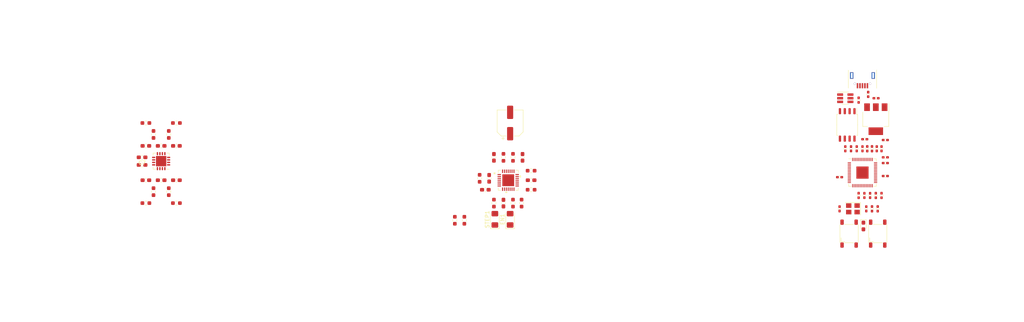
<source format=kicad_pcb>
(kicad_pcb (version 20211014) (generator pcbnew)
  (layers (0 "F.Cu" signal) (31 "B.Cu" signal) (34 "B.Paste" user) (35 "F.Paste" user) (36 "B.SilkS" user "B.Silkscreen") (37 "F.SilkS" user "F.Silkscreen") (38 "B.Mask" user) (39 "F.Mask" user) (44 "Edge.Cuts" user))
  (net 0 "")
  (footprint "Capacitor_SMD:C_0402_1005Metric_Pad0.74x0.62mm_HandSolder" (layer "F.Cu") (at 243.875 82.46)
    (fp_text reference "C15" hide)
    (fp_text value "10u")
    (pad "1" smd roundrect (at -0.5675 0) (size 0.735 0.62) (layers "F.Cu" "F.Paste" "F.Mask"))
    (pad "2" smd roundrect (at 0.5675 0) (size 0.735 0.62) (layers "F.Cu" "F.Paste" "F.Mask"))
  )
  (footprint "Capacitor_SMD:C_0402_1005Metric_Pad0.74x0.62mm_HandSolder" (layer "F.Cu") (at 234.875 84.75 90)
    (fp_text reference "C11" hide)
    (fp_text value "100n")
    (pad "1" smd roundrect (at -0.5675 0 90) (size 0.735 0.62) (layers "F.Cu" "F.Paste" "F.Mask"))
    (pad "2" smd roundrect (at 0.5675 0 90) (size 0.735 0.62) (layers "F.Cu" "F.Paste" "F.Mask"))
  )
  (footprint "Capacitor_SMD:C_0603_1608Metric_Pad1.08x0.95mm_HandSolder" (layer "F.Cu") (at 58 84)
    (fp_text reference "C3" hide)
    (fp_text value "0.047u")
    (pad "1" smd roundrect (at -0.8625 0) (size 1.075 0.95) (layers "F.Cu" "F.Paste" "F.Mask"))
    (pad "2" smd roundrect (at 0.8625 0) (size 1.075 0.95) (layers "F.Cu" "F.Paste" "F.Mask"))
  )
  (footprint "Capacitor_SMD:C_0402_1005Metric_Pad0.74x0.62mm_HandSolder" (layer "F.Cu") (at 236.375 84.75 90)
    (fp_text reference "C8" hide)
    (fp_text value "100n")
    (pad "1" smd roundrect (at -0.5675 0 90) (size 0.735 0.62) (layers "F.Cu" "F.Paste" "F.Mask"))
    (pad "2" smd roundrect (at 0.5675 0 90) (size 0.735 0.62) (layers "F.Cu" "F.Paste" "F.Mask"))
  )
  (footprint "Resistor_SMD:R_0402_1005Metric_Pad0.72x0.64mm_HandSolder" (layer "F.Cu") (at 241.375 97 90)
    (fp_text reference "R5" hide)
    (fp_text value "10k")
    (pad "1" smd roundrect (at -0.5975 0 90) (size 0.715 0.64) (layers "F.Cu" "F.Paste" "F.Mask"))
    (pad "2" smd roundrect (at 0.5975 0 90) (size 0.715 0.64) (layers "F.Cu" "F.Paste" "F.Mask"))
  )
  (footprint "Capacitor_SMD:C_0402_1005Metric_Pad0.74x0.62mm_HandSolder" (layer "F.Cu") (at 238.475 82.25)
    (fp_text reference "C16" hide)
    (fp_text value "100n")
    (pad "1" smd roundrect (at -0.5675 0) (size 0.735 0.62) (layers "F.Cu" "F.Paste" "F.Mask"))
    (pad "2" smd roundrect (at 0.5675 0) (size 0.735 0.62) (layers "F.Cu" "F.Paste" "F.Mask"))
  )
  (footprint "Resistor_SMD:R_0603_1608Metric_Pad0.98x0.95mm_HandSolder" (layer "F.Cu") (at 146.25 99 90)
    (fp_text reference "R7" hide)
    (fp_text value "0")
    (pad "1" smd roundrect (at -0.9125 0 90) (size 0.975 0.95) (layers "F.Cu" "F.Paste" "F.Mask"))
    (pad "2" smd roundrect (at 0.9125 0 90) (size 0.975 0.95) (layers "F.Cu" "F.Paste" "F.Mask"))
  )
  (footprint "Capacitor_SMD:C_0402_1005Metric_Pad0.74x0.62mm_HandSolder" (layer "F.Cu") (at 243.875 91.9)
    (fp_text reference "C13" hide)
    (fp_text value "100n")
    (pad "1" smd roundrect (at -0.5675 0) (size 0.735 0.62) (layers "F.Cu" "F.Paste" "F.Mask"))
    (pad "2" smd roundrect (at 0.5675 0) (size 0.735 0.62) (layers "F.Cu" "F.Paste" "F.Mask"))
  )
  (footprint "Resistor_SMD:R_0603_1608Metric_Pad0.98x0.95mm_HandSolder" (layer "F.Cu") (at 50 78)
    (fp_text reference "R1" hide)
    (fp_text value "1M")
    (pad "1" smd roundrect (at -0.9125 0) (size 0.975 0.95) (layers "F.Cu" "F.Paste" "F.Mask"))
    (pad "2" smd roundrect (at 0.9125 0) (size 0.975 0.95) (layers "F.Cu" "F.Paste" "F.Mask"))
  )
  (footprint "Resistor_SMD:R_0603_1608Metric_Pad0.98x0.95mm_HandSolder" (layer "F.Cu") (at 133.5 103.5 90)
    (fp_text reference "R9" hide)
    (fp_text value "100")
    (pad "1" smd roundrect (at -0.9125 0 90) (size 0.975 0.95) (layers "F.Cu" "F.Paste" "F.Mask"))
    (pad "2" smd roundrect (at 0.9125 0 90) (size 0.975 0.95) (layers "F.Cu" "F.Paste" "F.Mask"))
  )
  (footprint "Resistor_SMD:R_0603_1608Metric_Pad0.98x0.95mm_HandSolder" (layer "F.Cu") (at 56 96 90)
    (fp_text reference "R7" hide)
    (fp_text value "R")
    (pad "1" smd roundrect (at -0.9125 0 90) (size 0.975 0.95) (layers "F.Cu" "F.Paste" "F.Mask"))
    (pad "2" smd roundrect (at 0.9125 0 90) (size 0.975 0.95) (layers "F.Cu" "F.Paste" "F.Mask"))
  )
  (footprint "Resistor_SMD:R_0603_1608Metric_Pad0.98x0.95mm_HandSolder" (layer "F.Cu") (at 56 81 -90)
    (fp_text reference "R6" hide)
    (fp_text value "0.47")
    (pad "1" smd roundrect (at -0.9125 0 270) (size 0.975 0.95) (layers "F.Cu" "F.Paste" "F.Mask"))
    (pad "2" smd roundrect (at 0.9125 0 270) (size 0.975 0.95) (layers "F.Cu" "F.Paste" "F.Mask"))
  )
  (footprint "Capacitor_SMD:C_0603_1608Metric_Pad1.08x0.95mm_HandSolder" (layer "F.Cu") (at 54 93 180)
    (fp_text reference "C5" hide)
    (fp_text value "0.47u")
    (pad "1" smd roundrect (at -0.8625 0 180) (size 1.075 0.95) (layers "F.Cu" "F.Paste" "F.Mask"))
    (pad "2" smd roundrect (at 0.8625 0 180) (size 1.075 0.95) (layers "F.Cu" "F.Paste" "F.Mask"))
  )
  (footprint "Capacitor_SMD:C_0603_1608Metric_Pad1.08x0.95mm_HandSolder" (layer "F.Cu") (at 58 93 180)
    (fp_text reference "C4" hide)
    (fp_text value "0.047u")
    (pad "1" smd roundrect (at -0.8625 0 180) (size 1.075 0.95) (layers "F.Cu" "F.Paste" "F.Mask"))
    (pad "2" smd roundrect (at 0.8625 0 180) (size 1.075 0.95) (layers "F.Cu" "F.Paste" "F.Mask"))
  )
  (footprint "LED_SMD:LED_1206_3216Metric_Pad1.42x1.75mm_HandSolder" (layer "F.Cu") (at 141.5 103.25 90)
    (fp_text reference "STEP1" (at 0 -2 90) (layer "F.SilkS"))
    (fp_text value "GREEN")
    (pad "1" smd roundrect (at -1.4875 0 90) (size 1.425 1.75) (layers "F.Cu" "F.Paste" "F.Mask") (roundrect_rratio 0.1754392982))
    (pad "2" smd roundrect (at 1.4875 0 90) (size 1.425 1.75) (layers "F.Cu" "F.Paste" "F.Mask") (roundrect_rratio 0.1754392982))
  )
  (footprint "Resistor_SMD:R_0402_1005Metric_Pad0.72x0.64mm_HandSolder" (layer "F.Cu") (at 239.375 70.5 -90)
    (fp_text reference "FB1" hide)
    (fp_text value "FerriteBead")
    (pad "1" smd roundrect (at -0.5975 0 270) (size 0.715 0.64) (layers "F.Cu" "F.Paste" "F.Mask"))
    (pad "2" smd roundrect (at 0.5975 0 270) (size 0.715 0.64) (layers "F.Cu" "F.Paste" "F.Mask"))
  )
  (footprint "LED_SMD:LED_0603_1608Metric_Pad1.05x0.95mm_HandSolder" (layer "F.Cu") (at 238.125 105 -90)
    (fp_text reference "D1" hide)
    (fp_text value "LED")
    (pad "1" smd roundrect (at -0.875 0 270) (size 1.05 0.95) (layers "F.Cu" "F.Paste" "F.Mask"))
    (pad "2" smd roundrect (at 0.875 0 270) (size 1.05 0.95) (layers "F.Cu" "F.Paste" "F.Mask"))
  )
  (footprint "footprints:BZCN TSC003A0826A" (layer "F.Cu") (at 241.875 107 90)
    (fp_text reference "SW2" hide)
    (fp_text value "SW_Push")
    (pad "1" smd roundrect (at -3 -1.85 90) (size 1.4 0.9) (layers "F.Cu" "F.Paste" "F.Mask"))
    (pad "1" smd roundrect (at 3 -1.85 90) (size 1.4 0.9) (layers "F.Cu" "F.Paste" "F.Mask"))
    (pad "2" smd roundrect (at -3 1.85 90) (size 1.4 0.9) (layers "F.Cu" "F.Paste" "F.Mask"))
    (pad "2" smd roundrect (at 3 1.85 90) (size 1.4 0.9) (layers "F.Cu" "F.Paste" "F.Mask"))
  )
  (footprint "Package_TO_SOT_SMD:SOT-23-6_Handsoldering" (layer "F.Cu") (at 233.375 71.5)
    (fp_text reference "U2" hide)
    (fp_text value "TPUSBLC6-4SC6")
    (pad "1" smd rect (at -1.35 -0.95) (size 1.56 0.65) (layers "F.Cu" "F.Paste" "F.Mask"))
    (pad "2" smd rect (at -1.35 0) (size 1.56 0.65) (layers "F.Cu" "F.Paste" "F.Mask"))
    (pad "3" smd rect (at -1.35 0.95) (size 1.56 0.65) (layers "F.Cu" "F.Paste" "F.Mask"))
    (pad "4" smd rect (at 1.35 0.95) (size 1.56 0.65) (layers "F.Cu" "F.Paste" "F.Mask"))
    (pad "5" smd rect (at 1.35 0) (size 1.56 0.65) (layers "F.Cu" "F.Paste" "F.Mask"))
    (pad "6" smd rect (at 1.35 -0.95) (size 1.56 0.65) (layers "F.Cu" "F.Paste" "F.Mask"))
  )
  (footprint "Capacitor_SMD:C_0402_1005Metric_Pad0.74x0.62mm_HandSolder" (layer "F.Cu") (at 237.875 84.75 90)
    (fp_text reference "C10" hide)
    (fp_text value "100n")
    (pad "1" smd roundrect (at -0.5675 0 90) (size 0.735 0.62) (layers "F.Cu" "F.Paste" "F.Mask"))
    (pad "2" smd roundrect (at 0.5675 0 90) (size 0.735 0.62) (layers "F.Cu" "F.Paste" "F.Mask"))
  )
  (footprint "Resistor_SMD:R_0603_1608Metric_Pad0.98x0.95mm_HandSolder" (layer "F.Cu") (at 141.25 99 -90)
    (fp_text reference "R8" hide)
    (fp_text value "0")
    (pad "1" smd roundrect (at -0.9125 0 270) (size 0.975 0.95) (layers "F.Cu" "F.Paste" "F.Mask"))
    (pad "2" smd roundrect (at 0.9125 0 270) (size 0.975 0.95) (layers "F.Cu" "F.Paste" "F.Mask"))
  )
  (footprint "Resistor_SMD:R_0402_1005Metric_Pad0.72x0.64mm_HandSolder" (layer "F.Cu") (at 240.375 100.5 90)
    (fp_text reference "R1" hide)
    (fp_text value "1k")
    (pad "1" smd roundrect (at -0.5975 0 90) (size 0.715 0.64) (layers "F.Cu" "F.Paste" "F.Mask"))
    (pad "2" smd roundrect (at 0.5975 0 90) (size 0.715 0.64) (layers "F.Cu" "F.Paste" "F.Mask"))
  )
  (footprint "footprints:DEALON USB-MR-D-037" (layer "F.Cu") (at 237.875 66.5 180)
    (fp_text reference "J3" hide)
    (fp_text value "USB_B_Micro")
    (pad "1" smd rect (at -1.3 -1.725 180) (size 0.4 1.35) (layers "F.Cu" "F.Paste" "F.Mask"))
    (pad "2" smd rect (at -0.65 -1.725 180) (size 0.4 1.35) (layers "F.Cu" "F.Paste" "F.Mask"))
    (pad "3" smd rect (at 0 -1.725 180) (size 0.4 1.35) (layers "F.Cu" "F.Paste" "F.Mask"))
    (pad "4" smd rect (at 0.65 -1.725 180) (size 0.4 1.35) (layers "F.Cu" "F.Paste" "F.Mask"))
    (pad "5" smd rect (at 1.3 -1.725 180) (size 0.4 1.35) (layers "F.Cu" "F.Paste" "F.Mask"))
    (pad "6" thru_hole rect (at 2.825 0.95 180) (size 0.9 1.7) (drill oval 0.35 1.4) (layers *.Cu *.Mask))
    (pad "6" thru_hole circle (at 2 -1.2 180) (size 0.55 0.55) (drill 0.55) (layers *.Cu *.Mask))
    (pad "6" thru_hole circle (at -2 -1.2 180) (size 0.55 0.55) (drill 0.55) (layers *.Cu *.Mask))
    (pad "6" thru_hole rect (at -2.825 0.95 180) (size 0.9 1.7) (drill oval 0.35 1.4) (layers *.Cu *.Mask))
  )
  (footprint "Resistor_SMD:R_0603_1608Metric_Pad0.98x0.95mm_HandSolder" (layer "F.Cu") (at 151 90.5 180)
    (fp_text reference "R5" hide)
    (fp_text value "33k")
    (pad "1" smd roundrect (at -0.9125 0 180) (size 0.975 0.95) (layers "F.Cu" "F.Paste" "F.Mask"))
    (pad "2" smd roundrect (at 0.9125 0 180) (size 0.975 0.95) (layers "F.Cu" "F.Paste" "F.Mask"))
  )
  (footprint "Package_SO:SOP-8_5.28x5.23mm_P1.27mm" (layer "F.Cu") (at 233.875 78.5 -90)
    (fp_text reference "U4" hide)
    (fp_text value "FM25W32")
    (pad "1" smd roundrect (at -3.6 -1.905 270) (size 1.6 0.6) (layers "F.Cu" "F.Paste" "F.Mask"))
    (pad "2" smd roundrect (at -3.6 -0.635 270) (size 1.6 0.6) (layers "F.Cu" "F.Paste" "F.Mask"))
    (pad "3" smd roundrect (at -3.6 0.635 270) (size 1.6 0.6) (layers "F.Cu" "F.Paste" "F.Mask"))
    (pad "4" smd roundrect (at -3.6 1.905 270) (size 1.6 0.6) (layers "F.Cu" "F.Paste" "F.Mask"))
    (pad "5" smd roundrect (at 3.6 1.905 270) (size 1.6 0.6) (layers "F.Cu" "F.Paste" "F.Mask"))
    (pad "6" smd roundrect (at 3.6 0.635 270) (size 1.6 0.6) (layers "F.Cu" "F.Paste" "F.Mask"))
    (pad "7" smd roundrect (at 3.6 -0.635 270) (size 1.6 0.6) (layers "F.Cu" "F.Paste" "F.Mask"))
    (pad "8" smd roundrect (at 3.6 -1.905 270) (size 1.6 0.6) (layers "F.Cu" "F.Paste" "F.Mask"))
  )
  (footprint "Resistor_SMD:R_0603_1608Metric_Pad0.98x0.95mm_HandSolder" (layer "F.Cu") (at 143.75 87 90)
    (fp_text reference "R2" hide)
    (fp_text value "0.75")
    (pad "1" smd roundrect (at -0.9125 0 90) (size 0.975 0.95) (layers "F.Cu" "F.Paste" "F.Mask"))
    (pad "2" smd roundrect (at 0.9125 0 90) (size 0.975 0.95) (layers "F.Cu" "F.Paste" "F.Mask"))
  )
  (footprint "Resistor_SMD:R_0402_1005Metric_Pad0.72x0.64mm_HandSolder" (layer "F.Cu") (at 242.875 97 90)
    (fp_text reference "R3" hide)
    (fp_text value "1k")
    (pad "1" smd roundrect (at -0.5975 0 90) (size 0.715 0.64) (layers "F.Cu" "F.Paste" "F.Mask"))
    (pad "2" smd roundrect (at 0.5975 0 90) (size 0.715 0.64) (layers "F.Cu" "F.Paste" "F.Mask"))
  )
  (footprint "Package_DFN_QFN:Texas_S-PVQFN-N16_EP2.7x2.7mm" (layer "F.Cu") (at 54 88 180)
    (fp_text reference "U1" hide)
    (fp_text value "ADS1120-RVA")
    (pad "1" smd roundrect (at -1.9625 -0.975 180) (size 0.825 0.35) (layers "F.Cu" "F.Paste" "F.Mask"))
    (pad "2" smd roundrect (at -1.9625 -0.325 180) (size 0.825 0.35) (layers "F.Cu" "F.Paste" "F.Mask"))
    (pad "3" smd roundrect (at -1.9625 0.325 180) (size 0.825 0.35) (layers "F.Cu" "F.Paste" "F.Mask"))
    (pad "4" smd roundrect (at -1.9625 0.975 180) (size 0.825 0.35) (layers "F.Cu" "F.Paste" "F.Mask"))
    (pad "5" smd roundrect (at -0.975 1.9625 180) (size 0.35 0.825) (layers "F.Cu" "F.Paste" "F.Mask"))
    (pad "6" smd roundrect (at -0.325 1.9625 180) (size 0.35 0.825) (layers "F.Cu" "F.Paste" "F.Mask"))
    (pad "7" smd roundrect (at 0.325 1.9625 180) (size 0.35 0.825) (layers "F.Cu" "F.Paste" "F.Mask"))
    (pad "8" smd roundrect (at 0.975 1.9625 180) (size 0.35 0.825) (layers "F.Cu" "F.Paste" "F.Mask"))
    (pad "9" smd roundrect (at 1.9625 0.975 180) (size 0.825 0.35) (layers "F.Cu" "F.Paste" "F.Mask"))
    (pad "10" smd roundrect (at 1.9625 0.325 180) (size 0.825 0.35) (layers "F.Cu" "F.Paste" "F.Mask"))
    (pad "11" smd roundrect (at 1.9625 -0.325 180) (size 0.825 0.35) (layers "F.Cu" "F.Paste" "F.Mask"))
    (pad "12" smd roundrect (at 1.9625 -0.975 180) (size 0.825 0.35) (layers "F.Cu" "F.Paste" "F.Mask"))
    (pad "13" smd roundrect (at 0.975 -1.9625 180) (size 0.35 0.825) (layers "F.Cu" "F.Paste" "F.Mask"))
    (pad "14" smd roundrect (at 0.325 -1.9625 180) (size 0.35 0.825) (layers "F.Cu" "F.Paste" "F.Mask"))
    (pad "15" smd roundrect (at -0.325 -1.9625 180) (size 0.35 0.825) (layers "F.Cu" "F.Paste" "F.Mask"))
    (pad "16" smd roundrect (at -0.975 -1.9625 180) (size 0.35 0.825) (layers "F.Cu" "F.Paste" "F.Mask"))
    (pad "17" smd rect (at 0 0 180) (size 2.7 2.7) (layers "F.Cu" "F.Mask"))
  )
  (footprint "Resistor_SMD:R_0603_1608Metric_Pad0.98x0.95mm_HandSolder" (layer "F.Cu") (at 58 99 180)
    (fp_text reference "R3" hide)
    (fp_text value "1M")
    (pad "1" smd roundrect (at -0.9125 0 180) (size 0.975 0.95) (layers "F.Cu" "F.Paste" "F.Mask"))
    (pad "2" smd roundrect (at 0.9125 0 180) (size 0.975 0.95) (layers "F.Cu" "F.Paste" "F.Mask"))
  )
  (footprint "Capacitor_SMD:C_0603_1608Metric_Pad1.08x0.95mm_HandSolder" (layer "F.Cu") (at 148.75 87 90)
    (fp_text reference "C6" hide)
    (fp_text value "100n")
    (pad "1" smd roundrect (at -0.8625 0 90) (size 1.075 0.95) (layers "F.Cu" "F.Paste" "F.Mask"))
    (pad "2" smd roundrect (at 0.8625 0 90) (size 1.075 0.95) (layers "F.Cu" "F.Paste" "F.Mask"))
  )
  (footprint "TMC2208-LA:TMC2208-LA" (layer "F.Cu") (at 145 93)
    (fp_text reference "U1")
    (fp_text value "TMC2208-LA" hide)
    (fp_text user "*" (at -3.5893 -1.5) (layer "F.SilkS"))
    (pad "1" smd rect (at -2.3471 -1.5 90) (size 0.2548 0.909599) (layers "F.Cu" "F.Paste" "F.Mask"))
    (pad "2" smd rect (at -2.3471 -1.000001 90) (size 0.2548 0.909599) (layers "F.Cu" "F.Paste" "F.Mask"))
    (pad "3" smd rect (at -2.3471 -0.499999 90) (size 0.2548 0.909599) (layers "F.Cu" "F.Paste" "F.Mask"))
    (pad "4" smd rect (at -2.3471 0 90) (size 0.2548 0.909599) (layers "F.Cu" "F.Paste" "F.Mask"))
    (pad "5" smd rect (at -2.3471 0.499999 90) (size 0.2548 0.909599) (layers "F.Cu" "F.Paste" "F.Mask"))
    (pad "6" smd rect (at -2.3471 1.000001 90) (size 0.2548 0.909599) (layers "F.Cu" "F.Paste" "F.Mask"))
    (pad "7" smd rect (at -2.3471 1.5 90) (size 0.2548 0.909599) (layers "F.Cu" "F.Paste" "F.Mask"))
    (pad "8" smd rect (at -1.5 2.3471) (size 0.2548 0.909599) (layers "F.Cu" "F.Paste" "F.Mask"))
    (pad "9" smd rect (at -1.000001 2.3471) (size 0.2548 0.909599) (layers "F.Cu" "F.Paste" "F.Mask"))
    (pad "10" smd rect (at -0.499999 2.3471) (size 0.2548 0.909599) (layers "F.Cu" "F.Paste" "F.Mask"))
    (pad "11" smd rect (at 0 2.3471) (size 0.2548 0.909599) (layers "F.Cu" "F.Paste" "F.Mask"))
    (pad "12" smd rect (at 0.499999 2.3471) (size 0.2548 0.909599) (layers "F.Cu" "F.Paste" "F.Mask"))
    (pad "13" smd rect (at 1.000001 2.3471) (size 0.2548 0.909599) (layers "F.Cu" "F.Paste" "F.Mask"))
    (pad "14" smd rect (at 1.5 2.3471) (size 0.2548 0.909599) (layers "F.Cu" "F.Paste" "F.Mask"))
    (pad "15" smd rect (at 2.3471 1.5 90) (size 0.2548 0.909599) (layers "F.Cu" "F.Paste" "F.Mask"))
    (pad "16" smd rect (at 2.3471 1.000001 90) (size 0.2548 0.909599) (layers "F.Cu" "F.Paste" "F.Mask"))
    (pad "17" smd rect (at 2.3471 0.499999 90) (size 0.2548 0.909599) (layers "F.Cu" "F.Paste" "F.Mask"))
    (pad "18" smd rect (at 2.3471 0 90) (size 0.2548 0.909599) (layers "F.Cu" "F.Paste" "F.Mask"))
    (pad "19" smd rect (at 2.3471 -0.499999 90) (size 0.2548 0.909599) (layers "F.Cu" "F.Paste" "F.Mask"))
    (pad "20" smd rect (at 2.3471 -1.000001 90) (size 0.2548 0.909599) (layers "F.Cu" "F.Paste" "F.Mask"))
    (pad "21" smd rect (at 2.3471 -1.5 90) (size 0.2548 0.909599) (layers "F.Cu" "F.Paste" "F.Mask"))
    (pad "22" smd rect (at 1.5 -2.3471) (size 0.2548 0.909599) (layers "F.Cu" "F.Paste" "F.Mask"))
    (pad "23" smd rect (at 1.000001 -2.3471) (size 0.2548 0.909599) (layers "F.Cu" "F.Paste" "F.Mask"))
    (pad "24" smd rect (at 0.499999 -2.3471) (size 0.2548 0.909599) (layers "F.Cu" "F.Paste" "F.Mask"))
    (pad "25" smd rect (at 0 -2.3471) (size 0.2548 0.909599) (layers "F.Cu" "F.Paste" "F.Mask"))
    (pad "26" smd rect (at -0.499999 -2.3471) (size 0.2548 0.909599) (layers "F.Cu" "F.Paste" "F.Mask"))
    (pad "27" smd rect (at -1.000001 -2.3471) (size 0.2548 0.909599) (layers "F.Cu" "F.Paste" "F.Mask"))
    (pad "28" smd rect (at -1.5 -2.3471) (size 0.2548 0.909599) (layers "F.Cu" "F.Paste" "F.Mask"))
    (pad "29" smd rect (at 0 0) (size 3.0988 3.0988) (layers "F.Cu" "F.Paste" "F.Mask"))
  )
  (footprint "Resistor_SMD:R_0603_1608Metric_Pad0.98x0.95mm_HandSolder" (layer "F.Cu") (at 151 95.5)
    (fp_text reference "R4" hide)
    (fp_text value "0")
    (pad "1" smd roundrect (at -0.9125 0) (size 0.975 0.95) (layers "F.Cu" "F.Paste" "F.Mask"))
    (pad "2" smd roundrect (at 0.9125 0) (size 0.975 0.95) (layers "F.Cu" "F.Paste" "F.Mask"))
  )
  (footprint "Resistor_SMD:R_0603_1608Metric_Pad0.98x0.95mm_HandSolder" (layer "F.Cu") (at 58 78)
    (fp_text reference "R2" hide)
    (fp_text value "1M")
    (pad "1" smd roundrect (at -0.9125 0) (size 0.975 0.95) (layers "F.Cu" "F.Paste" "F.Mask"))
    (pad "2" smd roundrect (at 0.9125 0) (size 0.975 0.95) (layers "F.Cu" "F.Paste" "F.Mask"))
  )
  (footprint "Capacitor_SMD:C_0402_1005Metric_Pad0.74x0.62mm_HandSolder" (layer "F.Cu") (at 243.875 88.5)
    (fp_text reference "C4" hide)
    (fp_text value "100n")
    (pad "1" smd roundrect (at -0.5675 0) (size 0.735 0.62) (layers "F.Cu" "F.Paste" "F.Mask"))
    (pad "2" smd roundrect (at 0.5675 0) (size 0.735 0.62) (layers "F.Cu" "F.Paste" "F.Mask"))
  )
  (footprint "Resistor_SMD:R_0603_1608Metric_Pad0.98x0.95mm_HandSolder" (layer "F.Cu") (at 50 99 180)
    (fp_text reference "R4" hide)
    (fp_text value "1M")
    (pad "1" smd roundrect (at -0.9125 0 180) (size 0.975 0.95) (layers "F.Cu" "F.Paste" "F.Mask"))
    (pad "2" smd roundrect (at 0.9125 0 180) (size 0.975 0.95) (layers "F.Cu" "F.Paste" "F.Mask"))
  )
  (footprint "Package_DFN_QFN:QFN-56-1EP_7x7mm_P0.4mm_EP3.2x3.2mm" (layer "F.Cu") (at 237.875 91)
    (fp_text reference "U1" hide)
    (fp_text value "RP2040")
    (pad "1" smd roundrect locked (at -3.4375 -2.6) (size 0.875 0.2) (layers "F.Cu" "F.Paste" "F.Mask"))
    (pad "2" smd roundrect locked (at -3.4375 -2.2) (size 0.875 0.2) (layers "F.Cu" "F.Paste" "F.Mask"))
    (pad "3" smd roundrect locked (at -3.4375 -1.8) (size 0.875 0.2) (layers "F.Cu" "F.Paste" "F.Mask"))
    (pad "4" smd roundrect locked (at -3.4375 -1.4) (size 0.875 0.2) (layers "F.Cu" "F.Paste" "F.Mask"))
    (pad "5" smd roundrect locked (at -3.4375 -1) (size 0.875 0.2) (layers "F.Cu" "F.Paste" "F.Mask"))
    (pad "6" smd roundrect locked (at -3.4375 -0.6) (size 0.875 0.2) (layers "F.Cu" "F.Paste" "F.Mask"))
    (pad "7" smd roundrect locked (at -3.4375 -0.2) (size 0.875 0.2) (layers "F.Cu" "F.Paste" "F.Mask"))
    (pad "8" smd roundrect locked (at -3.4375 0.2) (size 0.875 0.2) (layers "F.Cu" "F.Paste" "F.Mask"))
    (pad "9" smd roundrect locked (at -3.4375 0.6) (size 0.875 0.2) (layers "F.Cu" "F.Paste" "F.Mask"))
    (pad "10" smd roundrect locked (at -3.4375 1) (size 0.875 0.2) (layers "F.Cu" "F.Paste" "F.Mask"))
    (pad "11" smd roundrect locked (at -3.4375 1.4) (size 0.875 0.2) (layers "F.Cu" "F.Paste" "F.Mask"))
    (pad "12" smd roundrect locked (at -3.4375 1.8) (size 0.875 0.2) (layers "F.Cu" "F.Paste" "F.Mask"))
    (pad "13" smd roundrect locked (at -3.4375 2.2) (size 0.875 0.2) (layers "F.Cu" "F.Paste" "F.Mask"))
    (pad "14" smd roundrect locked (at -3.4375 2.6) (size 0.875 0.2) (layers "F.Cu" "F.Paste" "F.Mask"))
    (pad "15" smd roundrect locked (at -2.6 3.4375) (size 0.2 0.875) (layers "F.Cu" "F.Paste" "F.Mask"))
    (pad "16" smd roundrect locked (at -2.2 3.4375) (size 0.2 0.875) (layers "F.Cu" "F.Paste" "F.Mask"))
    (pad "17" smd roundrect locked (at -1.8 3.4375) (size 0.2 0.875) (layers "F.Cu" "F.Paste" "F.Mask"))
    (pad "18" smd roundrect locked (at -1.4 3.4375) (size 0.2 0.875) (layers "F.Cu" "F.Paste" "F.Mask"))
    (pad "19" smd roundrect locked (at -1 3.4375) (size 0.2 0.875) (layers "F.Cu" "F.Paste" "F.Mask"))
    (pad "20" smd roundrect locked (at -0.6 3.4375) (size 0.2 0.875) (layers "F.Cu" "F.Paste" "F.Mask"))
    (pad "21" smd roundrect locked (at -0.2 3.4375) (size 0.2 0.875) (layers "F.Cu" "F.Paste" "F.Mask"))
    (pad "22" smd roundrect locked (at 0.2 3.4375) (size 0.2 0.875) (layers "F.Cu" "F.Paste" "F.Mask"))
    (pad "23" smd roundrect locked (at 0.6 3.4375) (size 0.2 0.875) (layers "F.Cu" "F.Paste" "F.Mask"))
    (pad "24" smd roundrect locked (at 1 3.4375) (size 0.2 0.875) (layers "F.Cu" "F.Paste" "F.Mask"))
    (pad "25" smd roundrect locked (at 1.4 3.4375) (size 0.2 0.875) (layers "F.Cu" "F.Paste" "F.Mask"))
    (pad "26" smd roundrect locked (at 1.8 3.4375) (size 0.2 0.875) (layers "F.Cu" "F.Paste" "F.Mask"))
    (pad "27" smd roundrect locked (at 2.2 3.4375) (size 0.2 0.875) (layers "F.Cu" "F.Paste" "F.Mask"))
    (pad "28" smd roundrect locked (at 2.6 3.4375) (size 0.2 0.875) (layers "F.Cu" "F.Paste" "F.Mask"))
    (pad "29" smd roundrect locked (at 3.4375 2.6) (size 0.875 0.2) (layers "F.Cu" "F.Paste" "F.Mask"))
    (pad "30" smd roundrect locked (at 3.4375 2.2) (size 0.875 0.2) (layers "F.Cu" "F.Paste" "F.Mask"))
    (pad "31" smd roundrect locked (at 3.4375 1.8) (size 0.875 0.2) (layers "F.Cu" "F.Paste" "F.Mask"))
    (pad "32" smd roundrect locked (at 3.4375 1.4) (size 0.875 0.2) (layers "F.Cu" "F.Paste" "F.Mask"))
    (pad "33" smd roundrect locked (at 3.4375 1) (size 0.875 0.2) (layers "F.Cu" "F.Paste" "F.Mask"))
    (pad "34" smd roundrect locked (at 3.4375 0.6) (size 0.875 0.2) (layers "F.Cu" "F.Paste" "F.Mask"))
    (pad "35" smd roundrect locked (at 3.4375 0.2) (size 0.875 0.2) (layers "F.Cu" "F.Paste" "F.Mask"))
    (pad "36" smd roundrect locked (at 3.4375 -0.2) (size 0.875 0.2) (layers "F.Cu" "F.Paste" "F.Mask"))
    (pad "37" smd roundrect locked (at 3.4375 -0.6) (size 0.875 0.2) (layers "F.Cu" "F.Paste" "F.Mask"))
    (pad "38" smd roundrect locked (at 3.4375 -1) (size 0.875 0.2) (layers "F.Cu" "F.Paste" "F.Mask"))
    (pad "39" smd roundrect locked (at 3.4375 -1.4) (size 0.875 0.2) (layers "F.Cu" "F.Paste" "F.Mask"))
    (pad "40" smd roundrect locked (at 3.4375 -1.8) (size 0.875 0.2) (layers "F.Cu" "F.Paste" "F.Mask"))
    (pad "41" smd roundrect locked (at 3.4375 -2.2) (size 0.875 0.2) (layers "F.Cu" "F.Paste" "F.Mask"))
    (pad "42" smd roundrect locked (at 3.4375 -2.6) (size 0.875 0.2) (layers "F.Cu" "F.Paste" "F.Mask"))
    (pad "43" smd roundrect locked (at 2.6 -3.4375) (size 0.2 0.875) (layers "F.Cu" "F.Paste" "F.Mask"))
    (pad "44" smd roundrect locked (at 2.2 -3.4375) (size 0.2 0.875) (layers "F.Cu" "F.Paste" "F.Mask"))
    (pad "45" smd roundrect locked (at 1.8 -3.4375) (size 0.2 0.875) (layers "F.Cu" "F.Paste" "F.Mask"))
    (pad "46" smd roundrect locked (at 1.4 -3.4375) (size 0.2 0.875) (layers "F.Cu" "F.Paste" "F.Mask"))
    (pad "47" smd roundrect locked (at 1 -3.4375) (size 0.2 0.875) (layers "F.Cu" "F.Paste" "F.Mask"))
    (pad "48" smd roundrect locked (at 0.6 -3.4375) (size 0.2 0.875) (layers "F.Cu" "F.Paste" "F.Mask"))
    (pad "49" smd roundrect locked (at 0.2 -3.4375) (size 0.2 0.875) (layers "F.Cu" "F.Paste" "F.Mask"))
    (pad "50" smd roundrect locked (at -0.2 -3.4375) (size 0.2 0.875) (layers "F.Cu" "F.Paste" "F.Mask"))
    (pad "51" smd roundrect locked (at -0.6 -3.4375) (size 0.2 0.875) (layers "F.Cu" "F.Paste" "F.Mask"))
    (pad "52" smd roundrect locked (at -1 -3.4375) (size 0.2 0.875) (layers "F.Cu" "F.Paste" "F.Mask"))
    (pad "53" smd roundrect locked (at -1.4 -3.4375) (size 0.2 0.875) (layers "F.Cu" "F.Paste" "F.Mask"))
    (pad "54" smd roundrect locked (at -1.8 -3.4375) (size 0.2 0.875) (layers "F.Cu" "F.Paste" "F.Mask"))
    (pad "55" smd roundrect locked (at -2.2 -3.4375) (size 0.2 0.875) (layers "F.Cu" "F.Paste" "F.Mask"))
    (pad "56" smd roundrect locked (at -2.6 -3.4375) (size 0.2 0.875) (layers "F.Cu" "F.Paste" "F.Mask"))
    (pad "57" smd rect locked (at 0 0) (size 3.2 3.2) (layers "F.Cu" "F.Mask"))
  )
  (footprint "Capacitor_SMD:C_0603_1608Metric_Pad1.08x0.95mm_HandSolder" (layer "F.Cu") (at 151 93)
    (fp_text reference "C4" hide)
    (fp_text value "100n")
    (pad "1" smd roundrect (at -0.8625 0) (size 1.075 0.95) (layers "F.Cu" "F.Paste" "F.Mask"))
    (pad "2" smd roundrect (at 0.8625 0) (size 1.075 0.95) (layers "F.Cu" "F.Paste" "F.Mask"))
  )
  (footprint "Capacitor_SMD:C_0402_1005Metric_Pad0.74x0.62mm_HandSolder" (layer "F.Cu") (at 242.875 84.75 90)
    (fp_text reference "C2" hide)
    (fp_text value "1u")
    (pad "1" smd roundrect (at -0.5675 0 90) (size 0.735 0.62) (layers "F.Cu" "F.Paste" "F.Mask"))
    (pad "2" smd roundrect (at 0.5675 0 90) (size 0.735 0.62) (layers "F.Cu" "F.Paste" "F.Mask"))
  )
  (footprint "Capacitor_SMD:C_0402_1005Metric_Pad0.74x0.62mm_HandSolder" (layer "F.Cu") (at 239.875 97 -90)
    (fp_text reference "C9" hide)
    (fp_text value "100n")
    (pad "1" smd roundrect (at -0.5675 0 270) (size 0.735 0.62) (layers "F.Cu" "F.Paste" "F.Mask"))
    (pad "2" smd roundrect (at 0.5675 0 270) (size 0.735 0.62) (layers "F.Cu" "F.Paste" "F.Mask"))
  )
  (footprint "Resistor_SMD:R_0402_1005Metric_Pad0.72x0.64mm_HandSolder" (layer "F.Cu") (at 240.375 84.75 -90)
    (fp_text reference "R2" hide)
    (fp_text value "27.4")
    (pad "1" smd roundrect (at -0.5975 0 270) (size 0.715 0.64) (layers "F.Cu" "F.Paste" "F.Mask"))
    (pad "2" smd roundrect (at 0.5975 0 270) (size 0.715 0.64) (layers "F.Cu" "F.Paste" "F.Mask"))
  )
  (footprint "Capacitor_SMD:C_0402_1005Metric_Pad0.74x0.62mm_HandSolder" (layer "F.Cu") (at 233.375 84.75 90)
    (fp_text reference "C3" hide)
    (fp_text value "100n")
    (pad "1" smd roundrect (at -0.5675 0 90) (size 0.735 0.62) (layers "F.Cu" "F.Paste" "F.Mask"))
    (pad "2" smd roundrect (at 0.5675 0 90) (size 0.735 0.62) (layers "F.Cu" "F.Paste" "F.Mask"))
  )
  (footprint "Crystal:Crystal_SMD_3225-4Pin_3.2x2.5mm" (layer "F.Cu") (at 235.375 100.5 180)
    (fp_text reference "Y1" hide)
    (fp_text value "Crystal_GND24")
    (pad "1" smd rect (at -1.1 0.85 180) (size 1.4 1.2) (layers "F.Cu" "F.Paste" "F.Mask"))
    (pad "2" smd rect (at 1.1 0.85 180) (size 1.4 1.2) (layers "F.Cu" "F.Paste" "F.Mask"))
    (pad "3" smd rect (at 1.1 -0.85 180) (size 1.4 1.2) (layers "F.Cu" "F.Paste" "F.Mask"))
    (pad "4" smd rect (at -1.1 -0.85 180) (size 1.4 1.2) (layers "F.Cu" "F.Paste" "F.Mask"))
  )
  (footprint "footprints:BZCN TSC003A0826A" (layer "F.Cu") (at 234.375 107 90)
    (fp_text reference "SW1" hide)
    (fp_text value "SW_Push")
    (pad "1" smd roundrect (at -3 -1.85 90) (size 1.4 0.9) (layers "F.Cu" "F.Paste" "F.Mask"))
    (pad "1" smd roundrect (at 3 -1.85 90) (size 1.4 0.9) (layers "F.Cu" "F.Paste" "F.Mask"))
    (pad "2" smd roundrect (at -3 1.85 90) (size 1.4 0.9) (layers "F.Cu" "F.Paste" "F.Mask"))
    (pad "2" smd roundrect (at 3 1.85 90) (size 1.4 0.9) (layers "F.Cu" "F.Paste" "F.Mask"))
  )
  (footprint "Capacitor_SMD:C_0603_1608Metric_Pad1.08x0.95mm_HandSolder" (layer "F.Cu") (at 139 95.5 180)
    (fp_text reference "C3" hide)
    (fp_text value "100n")
    (pad "1" smd roundrect (at -0.8625 0 180) (size 1.075 0.95) (layers "F.Cu" "F.Paste" "F.Mask"))
    (pad "2" smd roundrect (at 0.8625 0 180) (size 1.075 0.95) (layers "F.Cu" "F.Paste" "F.Mask"))
  )
  (footprint "Capacitor_SMD:C_0402_1005Metric_Pad0.74x0.62mm_HandSolder" (layer "F.Cu") (at 231.875 92.2 180)
    (fp_text reference "C17" hide)
    (fp_text value "100n")
    (pad "1" smd roundrect (at -0.5675 0 180) (size 0.735 0.62) (layers "F.Cu" "F.Paste" "F.Mask"))
    (pad "2" smd roundrect (at 0.5675 0 180) (size 0.735 0.62) (layers "F.Cu" "F.Paste" "F.Mask"))
  )
  (footprint "Capacitor_SMD:C_0603_1608Metric_Pad1.08x0.95mm_HandSolder" (layer "F.Cu") (at 49 89 180)
    (fp_text reference "C8" hide)
    (fp_text value "0.1u")
    (pad "1" smd roundrect (at -0.8625 0 180) (size 1.075 0.95) (layers "F.Cu" "F.Paste" "F.Mask"))
    (pad "2" smd roundrect (at 0.8625 0 180) (size 1.075 0.95) (layers "F.Cu" "F.Paste" "F.Mask"))
  )
  (footprint "Resistor_SMD:R_0603_1608Metric_Pad0.98x0.95mm_HandSolder" (layer "F.Cu") (at 52 96 90)
    (fp_text reference "R8" hide)
    (fp_text value "R")
    (pad "1" smd roundrect (at -0.9125 0 90) (size 0.975 0.95) (layers "F.Cu" "F.Paste" "F.Mask"))
    (pad "2" smd roundrect (at 0.9125 0 90) (size 0.975 0.95) (layers "F.Cu" "F.Paste" "F.Mask"))
  )
  (footprint "Capacitor_SMD:C_0402_1005Metric_Pad0.74x0.62mm_HandSolder" (layer "F.Cu") (at 231.875 100.5 -90)
    (fp_text reference "C5" hide)
    (fp_text value "27p")
    (pad "1" smd roundrect (at -0.5675 0 270) (size 0.735 0.62) (layers "F.Cu" "F.Paste" "F.Mask"))
    (pad "2" smd roundrect (at 0.5675 0 270) (size 0.735 0.62) (layers "F.Cu" "F.Paste" "F.Mask"))
  )
  (footprint "Capacitor_SMD:C_0603_1608Metric_Pad1.08x0.95mm_HandSolder" (layer "F.Cu") (at 141.25 87 90)
    (fp_text reference "C5" hide)
    (fp_text value "100n")
    (pad "1" smd roundrect (at -0.8625 0 90) (size 1.075 0.95) (layers "F.Cu" "F.Paste" "F.Mask"))
    (pad "2" smd roundrect (at 0.8625 0 90) (size 1.075 0.95) (layers "F.Cu" "F.Paste" "F.Mask"))
  )
  (footprint "Capacitor_SMD:C_0402_1005Metric_Pad0.74x0.62mm_HandSolder" (layer "F.Cu") (at 243.875 87)
    (fp_text reference "C1" hide)
    (fp_text value "100n")
    (pad "1" smd roundrect (at -0.5675 0) (size 0.735 0.62) (layers "F.Cu" "F.Paste" "F.Mask"))
    (pad "2" smd roundrect (at 0.5675 0) (size 0.735 0.62) (layers "F.Cu" "F.Paste" "F.Mask"))
  )
  (footprint "Resistor_SMD:R_0402_1005Metric_Pad0.72x0.64mm_HandSolder" (layer "F.Cu") (at 241.875 100.5 90)
    (fp_text reference "R6" hide)
    (fp_text value "0")
    (pad "1" smd roundrect (at -0.5975 0 90) (size 0.715 0.64) (layers "F.Cu" "F.Paste" "F.Mask"))
    (pad "2" smd roundrect (at 0.5975 0 90) (size 0.715 0.64) (layers "F.Cu" "F.Paste" "F.Mask"))
  )
  (footprint "Capacitor_SMD:C_0402_1005Metric_Pad0.74x0.62mm_HandSolder" (layer "F.Cu") (at 241.4425 71.5)
    (fp_text reference "C14" hide)
    (fp_text value "10u")
    (pad "1" smd roundrect (at -0.5675 0) (size 0.735 0.62) (layers "F.Cu" "F.Paste" "F.Mask"))
    (pad "2" smd roundrect (at 0.5675 0) (size 0.735 0.62) (layers "F.Cu" "F.Paste" "F.Mask"))
  )
  (footprint "Capacitor_SMD:C_0603_1608Metric_Pad1.08x0.95mm_HandSolder" (layer "F.Cu") (at 140 92.5 90)
    (fp_text reference "C2" hide)
    (fp_text value "22n")
    (pad "1" smd roundrect (at -0.8625 0 90) (size 1.075 0.95) (layers "F.Cu" "F.Paste" "F.Mask"))
    (pad "2" smd roundrect (at 0.8625 0 90) (size 1.075 0.95) (layers "F.Cu" "F.Paste" "F.Mask"))
  )
  (footprint "Package_TO_SOT_SMD:SOT-223-3_TabPin2" (layer "F.Cu") (at 241.375 77 -90)
    (fp_text reference "U3" hide)
    (fp_text value "NCP1117-3.3_SOT223")
    (pad "1" smd rect (at -3.15 -2.3 270) (size 2 1.5) (layers "F.Cu" "F.Paste" "F.Mask"))
    (pad "2" smd rect (at 3.15 0 270) (size 2 3.8) (layers "F.Cu" "F.Paste" "F.Mask"))
    (pad "2" smd rect (at -3.15 0 270) (size 2 1.5) (layers "F.Cu" "F.Paste" "F.Mask"))
    (pad "3" smd rect (at -3.15 2.3 270) (size 2 1.5) (layers "F.Cu" "F.Paste" "F.Mask"))
  )
  (footprint "Resistor_SMD:R_0402_1005Metric_Pad0.72x0.64mm_HandSolder" (layer "F.Cu") (at 236.875 72 -90)
    (fp_text reference "R7" hide)
    (fp_text value "10k")
    (pad "1" smd roundrect (at -0.5975 0 270) (size 0.715 0.64) (layers "F.Cu" "F.Paste" "F.Mask"))
    (pad "2" smd roundrect (at 0.5975 0 270) (size 0.715 0.64) (layers "F.Cu" "F.Paste" "F.Mask"))
  )
  (footprint "Resistor_SMD:R_0603_1608Metric_Pad0.98x0.95mm_HandSolder" (layer "F.Cu") (at 137.5 92.5 90)
    (fp_text reference "R1" hide)
    (fp_text value "0")
    (pad "1" smd roundrect (at -0.9125 0 90) (size 0.975 0.95) (layers "F.Cu" "F.Paste" "F.Mask"))
    (pad "2" smd roundrect (at 0.9125 0 90) (size 0.975 0.95) (layers "F.Cu" "F.Paste" "F.Mask"))
  )
  (footprint "Capacitor_SMD:C_0402_1005Metric_Pad0.74x0.62mm_HandSolder" (layer "F.Cu") (at 238.375 97 -90)
    (fp_text reference "C7" hide)
    (fp_text value "100n")
    (pad "1" smd roundrect (at -0.5675 0 270) (size 0.735 0.62) (layers "F.Cu" "F.Paste" "F.Mask"))
    (pad "2" smd roundrect (at 0.5675 0 270) (size 0.735 0.62) (layers "F.Cu" "F.Paste" "F.Mask"))
  )
  (footprint "Capacitor_SMD:C_0603_1608Metric_Pad1.08x0.95mm_HandSolder" (layer "F.Cu") (at 49 87 180)
    (fp_text reference "C7" (at 0 -1.43) (layer "F.SilkS"))
    (fp_text value "0.1u")
    (pad "1" smd roundrect (at -0.8625 0 180) (size 1.075 0.95) (layers "F.Cu" "F.Paste" "F.Mask"))
    (pad "2" smd roundrect (at 0.8625 0 180) (size 1.075 0.95) (layers "F.Cu" "F.Paste" "F.Mask"))
  )
  (footprint "Capacitor_SMD:C_0402_1005Metric_Pad0.74x0.62mm_HandSolder" (layer "F.Cu") (at 241.625 84.75 90)
    (fp_text reference "C12" hide)
    (fp_text value "1u")
    (pad "1" smd roundrect (at -0.5675 0 90) (size 0.735 0.62) (layers "F.Cu" "F.Paste" "F.Mask"))
    (pad "2" smd roundrect (at 0.5675 0 90) (size 0.735 0.62) (layers "F.Cu" "F.Paste" "F.Mask"))
  )
  (footprint "Resistor_SMD:R_0603_1608Metric_Pad0.98x0.95mm_HandSolder" (layer "F.Cu") (at 131 103.5 -90)
    (fp_text reference "R10" hide)
    (fp_text value "100")
    (pad "1" smd roundrect (at -0.9125 0 270) (size 0.975 0.95) (layers "F.Cu" "F.Paste" "F.Mask"))
    (pad "2" smd roundrect (at 0.9125 0 270) (size 0.975 0.95) (layers "F.Cu" "F.Paste" "F.Mask"))
  )
  (footprint "Resistor_SMD:R_0402_1005Metric_Pad0.72x0.64mm_HandSolder" (layer "F.Cu") (at 239.125 84.75 -90)
    (fp_text reference "R4" hide)
    (fp_text value "27.4")
    (pad "1" smd roundrect (at -0.5975 0 270) (size 0.715 0.64) (layers "F.Cu" "F.Paste" "F.Mask"))
    (pad "2" smd roundrect (at 0.5975 0 270) (size 0.715 0.64) (layers "F.Cu" "F.Paste" "F.Mask"))
  )
  (footprint "Capacitor_SMD:C_0603_1608Metric_Pad1.08x0.95mm_HandSolder" (layer "F.Cu") (at 54 84)
    (fp_text reference "C2" hide)
    (fp_text value "0.47u")
    (pad "1" smd roundrect (at -0.8625 0) (size 1.075 0.95) (layers "F.Cu" "F.Paste" "F.Mask"))
    (pad "2" smd roundrect (at 0.8625 0) (size 1.075 0.95) (layers "F.Cu" "F.Paste" "F.Mask"))
  )
  (footprint "Capacitor_SMD:C_0603_1608Metric_Pad1.08x0.95mm_HandSolder" (layer "F.Cu") (at 50 84)
    (fp_text reference "C1" hide)
    (fp_text value "0.047u")
    (pad "1" smd roundrect (at -0.8625 0) (size 1.075 0.95) (layers "F.Cu" "F.Paste" "F.Mask"))
    (pad "2" smd roundrect (at 0.8625 0) (size 1.075 0.95) (layers "F.Cu" "F.Paste" "F.Mask"))
  )
  (footprint "Resistor_SMD:R_0603_1608Metric_Pad0.98x0.95mm_HandSolder" (layer "F.Cu") (at 148.5 99 -90)
    (fp_text reference "R6" hide)
    (fp_text value "0")
    (pad "1" smd roundrect (at -0.9125 0 270) (size 0.975 0.95) (layers "F.Cu" "F.Paste" "F.Mask"))
    (pad "2" smd roundrect (at 0.9125 0 270) (size 0.975 0.95) (layers "F.Cu" "F.Paste" "F.Mask"))
  )
  (footprint "LED_SMD:LED_1206_3216Metric_Pad1.42x1.75mm_HandSolder" (layer "F.Cu") (at 145.5 103.25 90)
    (fp_text reference "EN1" (at 0 -2 90) (layer "F.SilkS"))
    (fp_text value "RED")
    (pad "1" smd roundrect (at -1.4875 0 90) (size 1.425 1.75) (layers "F.Cu" "F.Paste" "F.Mask") (roundrect_rratio 0.1754392982))
    (pad "2" smd roundrect (at 1.4875 0 90) (size 1.425 1.75) (layers "F.Cu" "F.Paste" "F.Mask") (roundrect_rratio 0.1754392982))
  )
  (footprint "Resistor_SMD:R_0603_1608Metric_Pad0.98x0.95mm_HandSolder" (layer "F.Cu") (at 52 81 -90)
    (fp_text reference "R5" hide)
    (fp_text value "0.47")
    (pad "1" smd roundrect (at -0.9125 0 270) (size 0.975 0.95) (layers "F.Cu" "F.Paste" "F.Mask"))
    (pad "2" smd roundrect (at 0.9125 0 270) (size 0.975 0.95) (layers "F.Cu" "F.Paste" "F.Mask"))
  )
  (footprint "Capacitor_SMD:C_0402_1005Metric_Pad0.74x0.62mm_HandSolder" (layer "F.Cu") (at 238.875 100.5 -90)
    (fp_text reference "C6" hide)
    (fp_text value "27p")
    (pad "1" smd roundrect (at -0.5675 0 270) (size 0.735 0.62) (layers "F.Cu" "F.Paste" "F.Mask"))
    (pad "2" smd roundrect (at 0.5675 0 270) (size 0.735 0.62) (layers "F.Cu" "F.Paste" "F.Mask"))
  )
  (footprint "Resistor_SMD:R_0603_1608Metric_Pad0.98x0.95mm_HandSolder" (layer "F.Cu") (at 146.25 87 -90)
    (fp_text reference "R3" hide)
    (fp_text value "0.75")
    (pad "1" smd roundrect (at -0.9125 0 270) (size 0.975 0.95) (layers "F.Cu" "F.Paste" "F.Mask"))
    (pad "2" smd roundrect (at 0.9125 0 270) (size 0.975 0.95) (layers "F.Cu" "F.Paste" "F.Mask"))
  )
  (footprint "Capacitor_SMD:C_0603_1608Metric_Pad1.08x0.95mm_HandSolder" (layer "F.Cu") (at 143.75 99 -90)
    (fp_text reference "C1" hide)
    (fp_text value "2.2u")
    (pad "1" smd roundrect (at -0.8625 0 270) (size 1.075 0.95) (layers "F.Cu" "F.Paste" "F.Mask"))
    (pad "2" smd roundrect (at 0.8625 0 270) (size 1.075 0.95) (layers "F.Cu" "F.Paste" "F.Mask"))
  )
  (footprint "Capacitor_SMD:CP_Elec_6.3x5.4" (layer "F.Cu") (at 145.5 78 90)
    (fp_text reference "C7" hide)
    (fp_text value "100u")
    (pad "1" smd roundrect (at -2.8 0 90) (size 3.5 1.6) (layers "F.Cu" "F.Paste" "F.Mask") (roundrect_rratio 0.15625))
    (pad "2" smd roundrect (at 2.8 0 90) (size 3.5 1.6) (layers "F.Cu" "F.Paste" "F.Mask") (roundrect_rratio 0.15625))
  )
  (footprint "Resistor_SMD:R_0402_1005Metric_Pad0.72x0.64mm_HandSolder" (layer "F.Cu") (at 236.875 97 90)
    (fp_text reference "R8" hide)
    (fp_text value "1k")
    (pad "1" smd roundrect (at -0.5975 0 90) (size 0.715 0.64) (layers "F.Cu" "F.Paste" "F.Mask"))
    (pad "2" smd roundrect (at 0.5975 0 90) (size 0.715 0.64) (layers "F.Cu" "F.Paste" "F.Mask"))
  )
  (footprint "Capacitor_SMD:C_0603_1608Metric_Pad1.08x0.95mm_HandSolder" (layer "F.Cu") (at 50 93 180)
    (fp_text reference "C6" hide)
    (fp_text value "0.047u")
    (pad "1" smd roundrect (at -0.8625 0 180) (size 1.075 0.95) (layers "F.Cu" "F.Paste" "F.Mask"))
    (pad "2" smd roundrect (at 0.8625 0 180) (size 1.075 0.95) (layers "F.Cu" "F.Paste" "F.Mask"))
  )
)
</source>
